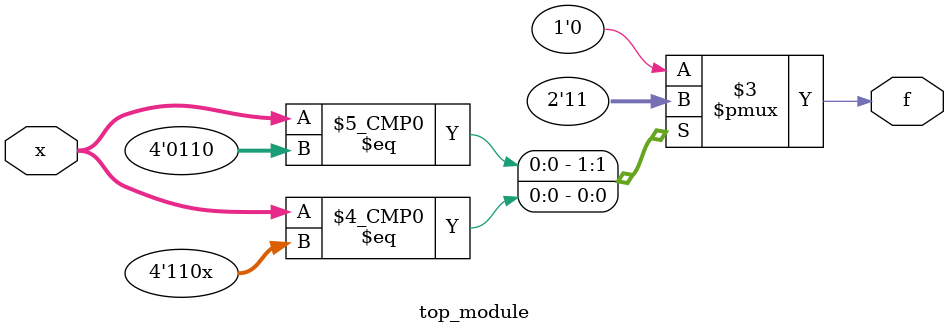
<source format=sv>
module top_module (
	input [4:1] x,
	output logic f
);

    always_comb begin
        case (x)
            4'b00xx: f = 0; // don't care
            4'b0100: f = 0;
            4'b0110: f = 1;
            4'b110x: f = 1; // don't care
            default: f = 0; // default value for any other input combination
        endcase
    end

endmodule

</source>
